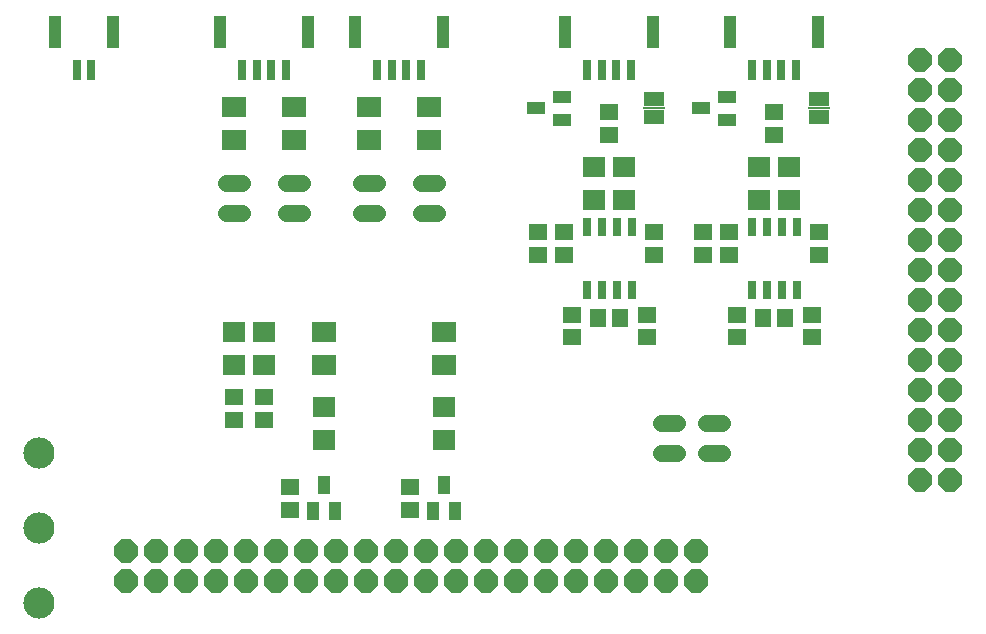
<source format=gbr>
G04 EAGLE Gerber RS-274X export*
G75*
%MOMM*%
%FSLAX34Y34*%
%LPD*%
%INSoldermask Top*%
%IPPOS*%
%AMOC8*
5,1,8,0,0,1.08239X$1,22.5*%
G01*
%ADD10P,2.171924X8X22.500000*%
%ADD11P,2.171924X8X292.500000*%
%ADD12R,2.101600X1.701600*%
%ADD13R,1.904600X1.701600*%
%ADD14R,0.711200X1.625600*%
%ADD15R,1.401600X1.601600*%
%ADD16R,1.601600X1.401600*%
%ADD17R,1.701800X1.270000*%
%ADD18R,1.828800X0.152400*%
%ADD19C,1.473200*%
%ADD20R,0.701600X1.801600*%
%ADD21R,1.101600X2.801600*%
%ADD22R,1.101600X1.501600*%
%ADD23R,1.501600X1.101600*%
%ADD24C,2.641600*%


D10*
X99060Y56896D03*
X99060Y82296D03*
X124460Y56896D03*
X124460Y82296D03*
X149860Y56896D03*
X149860Y82296D03*
X175260Y56896D03*
X175260Y82296D03*
X200660Y56896D03*
X200660Y82296D03*
X226060Y56896D03*
X226060Y82296D03*
X251460Y56896D03*
X251460Y82296D03*
X276860Y56896D03*
X276860Y82296D03*
X302260Y56896D03*
X302260Y82296D03*
X327660Y56896D03*
X327660Y82296D03*
X353060Y56896D03*
X353060Y82296D03*
X378460Y56896D03*
X378460Y82296D03*
X403860Y56896D03*
X403860Y82296D03*
X429260Y56896D03*
X429260Y82296D03*
X454660Y56896D03*
X454660Y82296D03*
X480060Y56896D03*
X480060Y82296D03*
X505460Y56896D03*
X505460Y82296D03*
X530860Y56896D03*
X530860Y82296D03*
X556260Y56896D03*
X556260Y82296D03*
X581660Y56896D03*
X581660Y82296D03*
D11*
X770890Y497840D03*
X796290Y497840D03*
X770890Y472440D03*
X796290Y472440D03*
X770890Y447040D03*
X796290Y447040D03*
X770890Y421640D03*
X796290Y421640D03*
X770890Y396240D03*
X796290Y396240D03*
X770890Y370840D03*
X796290Y370840D03*
X770890Y345440D03*
X796290Y345440D03*
X770890Y320040D03*
X796290Y320040D03*
X770890Y294640D03*
X796290Y294640D03*
X770890Y269240D03*
X796290Y269240D03*
X770890Y243840D03*
X796290Y243840D03*
X770890Y218440D03*
X796290Y218440D03*
X770890Y193040D03*
X796290Y193040D03*
X770890Y167640D03*
X796290Y167640D03*
X770890Y142240D03*
X796290Y142240D03*
D12*
X355600Y458500D03*
X355600Y430500D03*
X241300Y458500D03*
X241300Y430500D03*
X190500Y458500D03*
X190500Y430500D03*
X304800Y430500D03*
X304800Y458500D03*
D13*
X266700Y204720D03*
X266700Y176280D03*
X368300Y204720D03*
X368300Y176280D03*
D12*
X266700Y240000D03*
X266700Y268000D03*
X368300Y240000D03*
X368300Y268000D03*
D14*
X628650Y303276D03*
X628650Y357124D03*
X641350Y303276D03*
X654050Y303276D03*
X641350Y357124D03*
X654050Y357124D03*
X666750Y303276D03*
X666750Y357124D03*
X488950Y303276D03*
X488950Y357124D03*
X501650Y303276D03*
X514350Y303276D03*
X501650Y357124D03*
X514350Y357124D03*
X527050Y303276D03*
X527050Y357124D03*
D15*
X657200Y279400D03*
X638200Y279400D03*
X517500Y279400D03*
X498500Y279400D03*
D16*
X546100Y352400D03*
X546100Y333400D03*
X685800Y352400D03*
X685800Y333400D03*
X647700Y435000D03*
X647700Y454000D03*
X508000Y435000D03*
X508000Y454000D03*
X615950Y263550D03*
X615950Y282550D03*
X679450Y263550D03*
X679450Y282550D03*
X609600Y333400D03*
X609600Y352400D03*
X476250Y263550D03*
X476250Y282550D03*
X539750Y263550D03*
X539750Y282550D03*
X469900Y333400D03*
X469900Y352400D03*
D13*
X635000Y379480D03*
X635000Y407920D03*
X660400Y407920D03*
X660400Y379480D03*
X495300Y379480D03*
X495300Y407920D03*
X520700Y407920D03*
X520700Y379480D03*
D17*
X685800Y449580D03*
X685800Y464820D03*
D18*
X685800Y457200D03*
D17*
X546100Y449580D03*
X546100Y464820D03*
D18*
X546100Y457200D03*
D19*
X551942Y190500D02*
X565658Y190500D01*
X565658Y165100D02*
X551942Y165100D01*
X590042Y190500D02*
X603758Y190500D01*
X603758Y165100D02*
X590042Y165100D01*
X362458Y393700D02*
X348742Y393700D01*
X348742Y368300D02*
X362458Y368300D01*
X248158Y393700D02*
X234442Y393700D01*
X234442Y368300D02*
X248158Y368300D01*
X197358Y393700D02*
X183642Y393700D01*
X183642Y368300D02*
X197358Y368300D01*
D20*
X323950Y489975D03*
X336450Y489975D03*
D21*
X367450Y521975D03*
X292950Y521975D03*
D20*
X348950Y489975D03*
X311450Y489975D03*
X209650Y489975D03*
X222150Y489975D03*
D21*
X253150Y521975D03*
X178650Y521975D03*
D20*
X234650Y489975D03*
X197150Y489975D03*
X57250Y489975D03*
X69750Y489975D03*
D21*
X88250Y521975D03*
X38750Y521975D03*
D19*
X297942Y393700D02*
X311658Y393700D01*
X311658Y368300D02*
X297942Y368300D01*
D16*
X587375Y333400D03*
X587375Y352400D03*
X447675Y333400D03*
X447675Y352400D03*
D20*
X641450Y489975D03*
X653950Y489975D03*
D21*
X684950Y521975D03*
X610450Y521975D03*
D20*
X666450Y489975D03*
X628950Y489975D03*
X501750Y489975D03*
X514250Y489975D03*
D21*
X545250Y521975D03*
X470750Y521975D03*
D20*
X526750Y489975D03*
X489250Y489975D03*
D22*
X368300Y138000D03*
X377800Y116000D03*
X358800Y116000D03*
X266700Y138000D03*
X276200Y116000D03*
X257200Y116000D03*
D16*
X238125Y117500D03*
X238125Y136500D03*
X339725Y117500D03*
X339725Y136500D03*
D23*
X585900Y457200D03*
X607900Y466700D03*
X607900Y447700D03*
X446200Y457200D03*
X468200Y466700D03*
X468200Y447700D03*
D13*
X190500Y239780D03*
X190500Y268220D03*
X215900Y239780D03*
X215900Y268220D03*
D16*
X190500Y212700D03*
X190500Y193700D03*
X215900Y212700D03*
X215900Y193700D03*
D24*
X25400Y165100D03*
X25400Y101600D03*
X25400Y38100D03*
M02*

</source>
